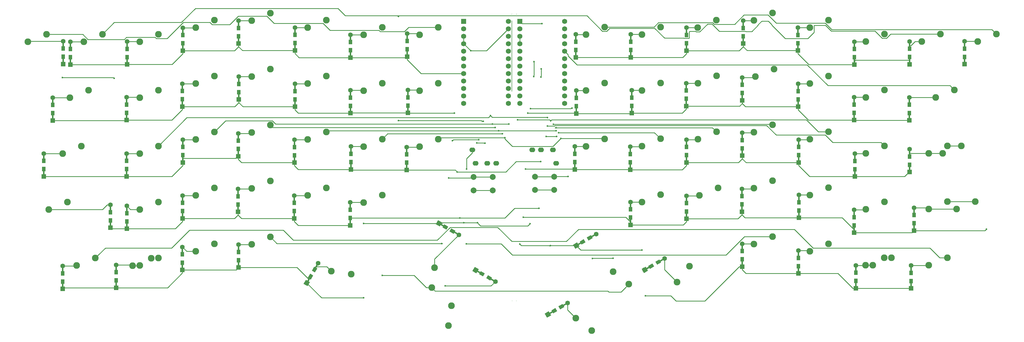
<source format=gbr>
G04 #@! TF.GenerationSoftware,KiCad,Pcbnew,(5.1.0)-1*
G04 #@! TF.CreationDate,2019-07-24T21:38:21-04:00*
G04 #@! TF.ProjectId,ogre,6f677265-2e6b-4696-9361-645f70636258,1.0*
G04 #@! TF.SameCoordinates,Original*
G04 #@! TF.FileFunction,Copper,L1,Top*
G04 #@! TF.FilePolarity,Positive*
%FSLAX46Y46*%
G04 Gerber Fmt 4.6, Leading zero omitted, Abs format (unit mm)*
G04 Created by KiCad (PCBNEW (5.1.0)-1) date 2019-07-24 21:38:21*
%MOMM*%
%LPD*%
G04 APERTURE LIST*
%ADD10C,0.200000*%
%ADD11C,2.286000*%
%ADD12O,2.000000X1.600000*%
%ADD13C,1.752600*%
%ADD14R,1.752600X1.752600*%
%ADD15C,2.000000*%
%ADD16R,1.600000X1.600000*%
%ADD17C,1.600000*%
%ADD18R,0.500000X2.900000*%
%ADD19R,1.200000X1.600000*%
%ADD20C,0.100000*%
%ADD21C,0.500000*%
%ADD22C,1.200000*%
%ADD23C,0.600000*%
%ADD24C,0.250000*%
G04 APERTURE END LIST*
D10*
X201007594Y-38396334D02*
X201007594Y-30282445D01*
X201007594Y-54271334D02*
X201007594Y-38396334D01*
X201007594Y-40865779D02*
X201007594Y-40865779D01*
X201007594Y-30282445D02*
X201007594Y-30282445D01*
X201007594Y-54271334D02*
X201007594Y-54271334D01*
X201007594Y-54271334D02*
X201007594Y-54271334D01*
X202492913Y-125674004D02*
X202492913Y-125674004D01*
X201041446Y-125674004D02*
X201041446Y-125674004D01*
X201007594Y-28013226D02*
X201007594Y-28013226D01*
X202558128Y-28019944D02*
X202558128Y-28019944D01*
X201007594Y-28013226D02*
X201007594Y-28013226D01*
X202558128Y-27960311D02*
X202558128Y-27960311D01*
X201007594Y-27967030D02*
X201007594Y-27967030D01*
X202558128Y-27960311D02*
X202558128Y-27960311D01*
D11*
X245243000Y-73052000D03*
X251593000Y-70512000D03*
X50570000Y-56470000D03*
X56920000Y-53930000D03*
D12*
X210930000Y-74290000D03*
X207930000Y-74290000D03*
X214930000Y-74290000D03*
X216030000Y-78890000D03*
X192630000Y-78840000D03*
X195630000Y-78840000D03*
X188630000Y-78840000D03*
X187530000Y-74240000D03*
D11*
X342900000Y-75430000D03*
X349250000Y-72890000D03*
X169540000Y-54095000D03*
X175890000Y-51555000D03*
D13*
X199820000Y-30480000D03*
X184580000Y-58420000D03*
X199820000Y-33020000D03*
X199820000Y-35560000D03*
X199820000Y-38100000D03*
X199820000Y-40640000D03*
X199820000Y-43180000D03*
X199820000Y-45720000D03*
X199820000Y-48260000D03*
X199820000Y-50800000D03*
X199820000Y-53340000D03*
X199820000Y-55880000D03*
X199820000Y-58420000D03*
X184580000Y-55880000D03*
X184580000Y-53340000D03*
X184580000Y-50800000D03*
X184580000Y-48260000D03*
X184580000Y-45720000D03*
X184580000Y-43180000D03*
X184580000Y-40640000D03*
X184580000Y-38100000D03*
X184580000Y-35560000D03*
X184580000Y-33020000D03*
D14*
X184580000Y-30480000D03*
D11*
X48096000Y-75526000D03*
X54446000Y-72986000D03*
X179415295Y-134149557D03*
X180390591Y-127380295D03*
X174674705Y-114420443D03*
X173699409Y-121189705D03*
X93340000Y-32665000D03*
X99690000Y-30125000D03*
X74290000Y-37426000D03*
X80640000Y-34886000D03*
X55240000Y-37426000D03*
X61590000Y-34886000D03*
X36190000Y-37456000D03*
X42540000Y-34916000D03*
D13*
X218910000Y-30480000D03*
X203670000Y-58420000D03*
X218910000Y-33020000D03*
X218910000Y-35560000D03*
X218910000Y-38100000D03*
X218910000Y-40640000D03*
X218910000Y-43180000D03*
X218910000Y-45720000D03*
X218910000Y-48260000D03*
X218910000Y-50800000D03*
X218910000Y-53340000D03*
X218910000Y-55880000D03*
X218910000Y-58420000D03*
X203670000Y-55880000D03*
X203670000Y-53340000D03*
X203670000Y-50800000D03*
X203670000Y-48260000D03*
X203670000Y-45720000D03*
X203670000Y-43180000D03*
X203670000Y-40640000D03*
X203670000Y-38100000D03*
X203670000Y-35560000D03*
X203670000Y-33020000D03*
D14*
X203670000Y-30480000D03*
D15*
X215380000Y-83400000D03*
X215380000Y-87900000D03*
X208880000Y-83400000D03*
X208880000Y-87900000D03*
X194490000Y-83540000D03*
X194490000Y-88040000D03*
X187990000Y-83540000D03*
X187990000Y-88040000D03*
D11*
X71860000Y-113720000D03*
X78210000Y-111180000D03*
X323850000Y-113580000D03*
X330200000Y-111040000D03*
X342880000Y-94420000D03*
X349230000Y-91880000D03*
X359543000Y-37338000D03*
X365893000Y-34798000D03*
X352404000Y-94472000D03*
X358754000Y-91932000D03*
X321443000Y-94494000D03*
X327793000Y-91954000D03*
X74290000Y-94576000D03*
X80640000Y-92036000D03*
X43360000Y-94576000D03*
X49710000Y-92036000D03*
X112390000Y-30283000D03*
X118740000Y-27743000D03*
X131440000Y-32664000D03*
X137790000Y-30124000D03*
X150490000Y-35045000D03*
X156840000Y-32505000D03*
X169540000Y-35045000D03*
X175890000Y-32505000D03*
X226193000Y-34957000D03*
X232543000Y-32417000D03*
X245243000Y-34957000D03*
X251593000Y-32417000D03*
X264240000Y-32588000D03*
X270590000Y-30048000D03*
X283343000Y-30184000D03*
X289693000Y-27644000D03*
X302393000Y-32588000D03*
X308743000Y-30048000D03*
X321443000Y-37338000D03*
X327793000Y-34798000D03*
X340493000Y-37338000D03*
X346843000Y-34798000D03*
X74290000Y-56476000D03*
X80640000Y-53936000D03*
X93340000Y-51714000D03*
X99690000Y-49174000D03*
X112390000Y-49333000D03*
X118740000Y-46793000D03*
X131440000Y-51714000D03*
X137790000Y-49174000D03*
X150490000Y-54095000D03*
X156840000Y-51555000D03*
X226193000Y-54015000D03*
X232543000Y-51475000D03*
X245243000Y-54004000D03*
X251593000Y-51464000D03*
X264293000Y-51623000D03*
X270643000Y-49083000D03*
X283840000Y-49333000D03*
X290190000Y-46793000D03*
X302393000Y-51634000D03*
X308743000Y-49094000D03*
X321443000Y-56400000D03*
X327793000Y-53860000D03*
X345256000Y-56385000D03*
X351606000Y-53845000D03*
X74290000Y-75526000D03*
X80640000Y-72986000D03*
X93340000Y-70764000D03*
X99690000Y-68224000D03*
X112390000Y-68383000D03*
X118740000Y-65843000D03*
X131440000Y-70764000D03*
X137790000Y-68224000D03*
X150490000Y-73145000D03*
X156840000Y-70605000D03*
X169540000Y-73145000D03*
X175890000Y-70605000D03*
X226193000Y-73060000D03*
X232543000Y-70520000D03*
X264293000Y-70671000D03*
X270643000Y-68131000D03*
X283343000Y-68309000D03*
X289693000Y-65769000D03*
X302393000Y-70677000D03*
X308743000Y-68137000D03*
X321443000Y-75438000D03*
X327793000Y-72898000D03*
X347637000Y-75430000D03*
X353987000Y-72890000D03*
X93340000Y-89814000D03*
X99690000Y-87274000D03*
X112390000Y-87433000D03*
X118740000Y-84893000D03*
X131440000Y-89814000D03*
X137790000Y-87274000D03*
X150490000Y-92195000D03*
X156840000Y-89655000D03*
X245243000Y-92076000D03*
X251593000Y-89536000D03*
X264790000Y-89814000D03*
X271140000Y-87274000D03*
X283343000Y-87338000D03*
X289693000Y-84798000D03*
X302393000Y-89720000D03*
X308743000Y-87180000D03*
X52858000Y-113626000D03*
X59208000Y-111086000D03*
X74290000Y-113626000D03*
X80640000Y-111086000D03*
X93340000Y-108864000D03*
X99690000Y-106324000D03*
X112390000Y-106483000D03*
X118740000Y-103943000D03*
X139550443Y-115615295D03*
X146319705Y-116590591D03*
X222784705Y-131580443D03*
X228159409Y-135809705D03*
X235434705Y-115800443D03*
X240809409Y-120029705D03*
X257210443Y-119285295D03*
X261439705Y-113910591D03*
X283343000Y-106391000D03*
X289693000Y-103851000D03*
X302393000Y-108784000D03*
X308743000Y-106244000D03*
X321374000Y-113535000D03*
X327724000Y-110995000D03*
X342875000Y-113550000D03*
X349225000Y-111010000D03*
D16*
X64360000Y-100800000D03*
D17*
X64360000Y-93000000D03*
D18*
X64360000Y-99400000D03*
D19*
X64360000Y-98300000D03*
X64360000Y-95500000D03*
D18*
X64360000Y-94400000D03*
D17*
X188632501Y-115240000D03*
D20*
G36*
X189725321Y-114947180D02*
G01*
X188925321Y-116332820D01*
X187539681Y-115532820D01*
X188339681Y-114147180D01*
X189725321Y-114947180D01*
X189725321Y-114947180D01*
G37*
D17*
X195387499Y-119140000D03*
D21*
X189844936Y-115940000D03*
D20*
G36*
X191225673Y-116448494D02*
G01*
X190975673Y-116881506D01*
X188464199Y-115431506D01*
X188714199Y-114998494D01*
X191225673Y-116448494D01*
X191225673Y-116448494D01*
G37*
D22*
X190797564Y-116490000D03*
D20*
G36*
X191790384Y-116370385D02*
G01*
X191190384Y-117409615D01*
X189804744Y-116609615D01*
X190404744Y-115570385D01*
X191790384Y-116370385D01*
X191790384Y-116370385D01*
G37*
D22*
X193222436Y-117890000D03*
D20*
G36*
X194215256Y-117770385D02*
G01*
X193615256Y-118809615D01*
X192229616Y-118009615D01*
X192829616Y-116970385D01*
X194215256Y-117770385D01*
X194215256Y-117770385D01*
G37*
D21*
X194175064Y-118440000D03*
D20*
G36*
X195555801Y-118948494D02*
G01*
X195305801Y-119381506D01*
X192794327Y-117931506D01*
X193044327Y-117498494D01*
X195555801Y-118948494D01*
X195555801Y-118948494D01*
G37*
D17*
X131170000Y-119627499D03*
D20*
G36*
X130877180Y-118534679D02*
G01*
X132262820Y-119334679D01*
X131462820Y-120720319D01*
X130077180Y-119920319D01*
X130877180Y-118534679D01*
X130877180Y-118534679D01*
G37*
D17*
X135070000Y-112872501D03*
D21*
X131870000Y-118415064D03*
D20*
G36*
X132378494Y-117034327D02*
G01*
X132811506Y-117284327D01*
X131361506Y-119795801D01*
X130928494Y-119545801D01*
X132378494Y-117034327D01*
X132378494Y-117034327D01*
G37*
D22*
X132420000Y-117462436D03*
D20*
G36*
X132300385Y-116469616D02*
G01*
X133339615Y-117069616D01*
X132539615Y-118455256D01*
X131500385Y-117855256D01*
X132300385Y-116469616D01*
X132300385Y-116469616D01*
G37*
D22*
X133820000Y-115037564D03*
D20*
G36*
X133700385Y-114044744D02*
G01*
X134739615Y-114644744D01*
X133939615Y-116030384D01*
X132900385Y-115430384D01*
X133700385Y-114044744D01*
X133700385Y-114044744D01*
G37*
D21*
X134370000Y-114084936D03*
D20*
G36*
X134878494Y-112704199D02*
G01*
X135311506Y-112954199D01*
X133861506Y-115465673D01*
X133428494Y-115215673D01*
X134878494Y-112704199D01*
X134878494Y-112704199D01*
G37*
D16*
X50710000Y-45220000D03*
D17*
X50710000Y-37420000D03*
D18*
X50710000Y-43820000D03*
D19*
X50710000Y-42720000D03*
X50710000Y-39920000D03*
D18*
X50710000Y-38820000D03*
D16*
X69990000Y-45180000D03*
D17*
X69990000Y-37380000D03*
D18*
X69990000Y-43780000D03*
D19*
X69990000Y-42680000D03*
X69990000Y-39880000D03*
D18*
X69990000Y-38780000D03*
D16*
X88950000Y-40500000D03*
D17*
X88950000Y-32700000D03*
D18*
X88950000Y-39100000D03*
D19*
X88950000Y-38000000D03*
X88950000Y-35200000D03*
D18*
X88950000Y-34100000D03*
D16*
X107980000Y-38080000D03*
D17*
X107980000Y-30280000D03*
D18*
X107980000Y-36680000D03*
D19*
X107980000Y-35580000D03*
X107980000Y-32780000D03*
D18*
X107980000Y-31680000D03*
D16*
X127130000Y-40410000D03*
D17*
X127130000Y-32610000D03*
D18*
X127130000Y-39010000D03*
D19*
X127130000Y-37910000D03*
X127130000Y-35110000D03*
D18*
X127130000Y-34010000D03*
D16*
X146030000Y-42850000D03*
D17*
X146030000Y-35050000D03*
D18*
X146030000Y-41450000D03*
D19*
X146030000Y-40350000D03*
X146030000Y-37550000D03*
D18*
X146030000Y-36450000D03*
D16*
X165340000Y-42490000D03*
D17*
X165340000Y-34690000D03*
D18*
X165340000Y-41090000D03*
D19*
X165340000Y-39990000D03*
X165340000Y-37190000D03*
D18*
X165340000Y-36090000D03*
D16*
X222760000Y-42750000D03*
D17*
X222760000Y-34950000D03*
D18*
X222760000Y-41350000D03*
D19*
X222760000Y-40250000D03*
X222760000Y-37450000D03*
D18*
X222760000Y-36350000D03*
D16*
X241460000Y-42750000D03*
D17*
X241460000Y-34950000D03*
D18*
X241460000Y-41350000D03*
D19*
X241460000Y-40250000D03*
X241460000Y-37450000D03*
D18*
X241460000Y-36350000D03*
D16*
X260400000Y-40460000D03*
D17*
X260400000Y-32660000D03*
D18*
X260400000Y-39060000D03*
D19*
X260400000Y-37960000D03*
X260400000Y-35160000D03*
D18*
X260400000Y-34060000D03*
D16*
X279730000Y-38070000D03*
D17*
X279730000Y-30270000D03*
D18*
X279730000Y-36670000D03*
D19*
X279730000Y-35570000D03*
X279730000Y-32770000D03*
D18*
X279730000Y-31670000D03*
D16*
X317560000Y-45230000D03*
D17*
X317560000Y-37430000D03*
D18*
X317560000Y-43830000D03*
D19*
X317560000Y-42730000D03*
X317560000Y-39930000D03*
D18*
X317560000Y-38830000D03*
D16*
X336360000Y-45150000D03*
D17*
X336360000Y-37350000D03*
D18*
X336360000Y-43750000D03*
D19*
X336360000Y-42650000D03*
X336360000Y-39850000D03*
D18*
X336360000Y-38750000D03*
D16*
X44660000Y-64270000D03*
D17*
X44660000Y-56470000D03*
D18*
X44660000Y-62870000D03*
D19*
X44660000Y-61770000D03*
X44660000Y-58970000D03*
D18*
X44660000Y-57870000D03*
D16*
X69840000Y-64140000D03*
D17*
X69840000Y-56340000D03*
D18*
X69840000Y-62740000D03*
D19*
X69840000Y-61640000D03*
X69840000Y-58840000D03*
D18*
X69840000Y-57740000D03*
D16*
X88840000Y-59520000D03*
D17*
X88840000Y-51720000D03*
D18*
X88840000Y-58120000D03*
D19*
X88840000Y-57020000D03*
X88840000Y-54220000D03*
D18*
X88840000Y-53120000D03*
D16*
X108020000Y-57110000D03*
D17*
X108020000Y-49310000D03*
D18*
X108020000Y-55710000D03*
D19*
X108020000Y-54610000D03*
X108020000Y-51810000D03*
D18*
X108020000Y-50710000D03*
D16*
X127130000Y-59570000D03*
D17*
X127130000Y-51770000D03*
D18*
X127130000Y-58170000D03*
D19*
X127130000Y-57070000D03*
X127130000Y-54270000D03*
D18*
X127130000Y-53170000D03*
D16*
X146030000Y-61760000D03*
D17*
X146030000Y-53960000D03*
D18*
X146030000Y-60360000D03*
D19*
X146030000Y-59260000D03*
X146030000Y-56460000D03*
D18*
X146030000Y-55360000D03*
D16*
X165640000Y-61690000D03*
D17*
X165640000Y-53890000D03*
D18*
X165640000Y-60290000D03*
D19*
X165640000Y-59190000D03*
X165640000Y-56390000D03*
D18*
X165640000Y-55290000D03*
D16*
X222950000Y-61880000D03*
D17*
X222950000Y-54080000D03*
D18*
X222950000Y-60480000D03*
D19*
X222950000Y-59380000D03*
X222950000Y-56580000D03*
D18*
X222950000Y-55480000D03*
D16*
X241770000Y-61790000D03*
D17*
X241770000Y-53990000D03*
D18*
X241770000Y-60390000D03*
D19*
X241770000Y-59290000D03*
X241770000Y-56490000D03*
D18*
X241770000Y-55390000D03*
D16*
X260360000Y-59350000D03*
D17*
X260360000Y-51550000D03*
D18*
X260360000Y-57950000D03*
D19*
X260360000Y-56850000D03*
X260360000Y-54050000D03*
D18*
X260360000Y-52950000D03*
D16*
X279420000Y-57410000D03*
D17*
X279420000Y-49610000D03*
D18*
X279420000Y-56010000D03*
D19*
X279420000Y-54910000D03*
X279420000Y-52110000D03*
D18*
X279420000Y-51010000D03*
D16*
X298420000Y-59570000D03*
D17*
X298420000Y-51770000D03*
D18*
X298420000Y-58170000D03*
D19*
X298420000Y-57070000D03*
X298420000Y-54270000D03*
D18*
X298420000Y-53170000D03*
D16*
X317500000Y-64140000D03*
D17*
X317500000Y-56340000D03*
D18*
X317500000Y-62740000D03*
D19*
X317500000Y-61640000D03*
X317500000Y-58840000D03*
D18*
X317500000Y-57740000D03*
D16*
X336330000Y-64210000D03*
D17*
X336330000Y-56410000D03*
D18*
X336330000Y-62810000D03*
D19*
X336330000Y-61710000D03*
X336330000Y-58910000D03*
D18*
X336330000Y-57810000D03*
D16*
X41630000Y-83320000D03*
D17*
X41630000Y-75520000D03*
D18*
X41630000Y-81920000D03*
D19*
X41630000Y-80820000D03*
X41630000Y-78020000D03*
D18*
X41630000Y-76920000D03*
D16*
X69880000Y-83330000D03*
D17*
X69880000Y-75530000D03*
D18*
X69880000Y-81930000D03*
D19*
X69880000Y-80830000D03*
X69880000Y-78030000D03*
D18*
X69880000Y-76930000D03*
D16*
X88950000Y-78590000D03*
D17*
X88950000Y-70790000D03*
D18*
X88950000Y-77190000D03*
D19*
X88950000Y-76090000D03*
X88950000Y-73290000D03*
D18*
X88950000Y-72190000D03*
D16*
X107830000Y-76460000D03*
D17*
X107830000Y-68660000D03*
D18*
X107830000Y-75060000D03*
D19*
X107830000Y-73960000D03*
X107830000Y-71160000D03*
D18*
X107830000Y-70060000D03*
D16*
X126960000Y-78610000D03*
D17*
X126960000Y-70810000D03*
D18*
X126960000Y-77210000D03*
D19*
X126960000Y-76110000D03*
X126960000Y-73310000D03*
D18*
X126960000Y-72210000D03*
D16*
X146240000Y-80930000D03*
D17*
X146240000Y-73130000D03*
D18*
X146240000Y-79530000D03*
D19*
X146240000Y-78430000D03*
X146240000Y-75630000D03*
D18*
X146240000Y-74530000D03*
D16*
X165150000Y-81140000D03*
D17*
X165150000Y-73340000D03*
D18*
X165150000Y-79740000D03*
D19*
X165150000Y-78640000D03*
X165150000Y-75840000D03*
D18*
X165150000Y-74740000D03*
D16*
X222370000Y-80930000D03*
D17*
X222370000Y-73130000D03*
D18*
X222370000Y-79530000D03*
D19*
X222370000Y-78430000D03*
X222370000Y-75630000D03*
D18*
X222370000Y-74530000D03*
D16*
X241280000Y-81020000D03*
D17*
X241280000Y-73220000D03*
D18*
X241280000Y-79620000D03*
D19*
X241280000Y-78520000D03*
X241280000Y-75720000D03*
D18*
X241280000Y-74620000D03*
D16*
X260410000Y-78570000D03*
D17*
X260410000Y-70770000D03*
D18*
X260410000Y-77170000D03*
D19*
X260410000Y-76070000D03*
X260410000Y-73270000D03*
D18*
X260410000Y-72170000D03*
D16*
X279400000Y-76240000D03*
D17*
X279400000Y-68440000D03*
D18*
X279400000Y-74840000D03*
D19*
X279400000Y-73740000D03*
X279400000Y-70940000D03*
D18*
X279400000Y-69840000D03*
D16*
X298630000Y-78600000D03*
D17*
X298630000Y-70800000D03*
D18*
X298630000Y-77200000D03*
D19*
X298630000Y-76100000D03*
X298630000Y-73300000D03*
D18*
X298630000Y-72200000D03*
D16*
X317780000Y-83360000D03*
D17*
X317780000Y-75560000D03*
D18*
X317780000Y-81960000D03*
D19*
X317780000Y-80860000D03*
X317780000Y-78060000D03*
D18*
X317780000Y-76960000D03*
D16*
X336350000Y-81850000D03*
D17*
X336350000Y-74050000D03*
D18*
X336350000Y-80450000D03*
D19*
X336350000Y-79350000D03*
X336350000Y-76550000D03*
D18*
X336350000Y-75450000D03*
D16*
X69890000Y-101160000D03*
D17*
X69890000Y-93360000D03*
D18*
X69890000Y-99760000D03*
D19*
X69890000Y-98660000D03*
X69890000Y-95860000D03*
D18*
X69890000Y-94760000D03*
D16*
X88880000Y-97640000D03*
D17*
X88880000Y-89840000D03*
D18*
X88880000Y-96240000D03*
D19*
X88880000Y-95140000D03*
X88880000Y-92340000D03*
D18*
X88880000Y-91240000D03*
D16*
X107780000Y-95380000D03*
D17*
X107780000Y-87580000D03*
D18*
X107780000Y-93980000D03*
D19*
X107780000Y-92880000D03*
X107780000Y-90080000D03*
D18*
X107780000Y-88980000D03*
D16*
X126940000Y-97640000D03*
D17*
X126940000Y-89840000D03*
D18*
X126940000Y-96240000D03*
D19*
X126940000Y-95140000D03*
X126940000Y-92340000D03*
D18*
X126940000Y-91240000D03*
D16*
X145960000Y-99980000D03*
D17*
X145960000Y-92180000D03*
D18*
X145960000Y-98580000D03*
D19*
X145960000Y-97480000D03*
X145960000Y-94680000D03*
D18*
X145960000Y-93580000D03*
D16*
X48280000Y-45050000D03*
D17*
X48280000Y-37250000D03*
D18*
X48280000Y-43650000D03*
D19*
X48280000Y-42550000D03*
X48280000Y-39750000D03*
D18*
X48280000Y-38650000D03*
D16*
X355090000Y-45080000D03*
D17*
X355090000Y-37280000D03*
D18*
X355090000Y-43680000D03*
D19*
X355090000Y-42580000D03*
X355090000Y-39780000D03*
D18*
X355090000Y-38680000D03*
D16*
X241350000Y-99850000D03*
D17*
X241350000Y-92050000D03*
D18*
X241350000Y-98450000D03*
D19*
X241350000Y-97350000D03*
X241350000Y-94550000D03*
D18*
X241350000Y-93450000D03*
D16*
X260410000Y-97740000D03*
D17*
X260410000Y-89940000D03*
D18*
X260410000Y-96340000D03*
D19*
X260410000Y-95240000D03*
X260410000Y-92440000D03*
D18*
X260410000Y-91340000D03*
D16*
X279330000Y-95350000D03*
D17*
X279330000Y-87550000D03*
D18*
X279330000Y-93950000D03*
D19*
X279330000Y-92850000D03*
X279330000Y-90050000D03*
D18*
X279330000Y-88950000D03*
D16*
X298690000Y-97430000D03*
D17*
X298690000Y-89630000D03*
D18*
X298690000Y-96030000D03*
D19*
X298690000Y-94930000D03*
X298690000Y-92130000D03*
D18*
X298690000Y-91030000D03*
D16*
X317470000Y-102490000D03*
D17*
X317470000Y-94690000D03*
D18*
X317470000Y-101090000D03*
D19*
X317470000Y-99990000D03*
X317470000Y-97190000D03*
D18*
X317470000Y-96090000D03*
D16*
X337900000Y-101770000D03*
D17*
X337900000Y-93970000D03*
D18*
X337900000Y-100370000D03*
D19*
X337900000Y-99270000D03*
X337900000Y-96470000D03*
D18*
X337900000Y-95370000D03*
D16*
X48100000Y-121630000D03*
D17*
X48100000Y-113830000D03*
D18*
X48100000Y-120230000D03*
D19*
X48100000Y-119130000D03*
X48100000Y-116330000D03*
D18*
X48100000Y-115230000D03*
D16*
X66260000Y-121240000D03*
D17*
X66260000Y-113440000D03*
D18*
X66260000Y-119840000D03*
D19*
X66260000Y-118740000D03*
X66260000Y-115940000D03*
D18*
X66260000Y-114840000D03*
D16*
X88840000Y-115180000D03*
D17*
X88840000Y-107380000D03*
D18*
X88840000Y-113780000D03*
D19*
X88840000Y-112680000D03*
X88840000Y-109880000D03*
D18*
X88840000Y-108780000D03*
D16*
X107970000Y-114350000D03*
D17*
X107970000Y-106550000D03*
D18*
X107970000Y-112950000D03*
D19*
X107970000Y-111850000D03*
X107970000Y-109050000D03*
D18*
X107970000Y-107950000D03*
D17*
X176172501Y-99300000D03*
D20*
G36*
X177265321Y-99007180D02*
G01*
X176465321Y-100392820D01*
X175079681Y-99592820D01*
X175879681Y-98207180D01*
X177265321Y-99007180D01*
X177265321Y-99007180D01*
G37*
D17*
X182927499Y-103200000D03*
D21*
X177384936Y-100000000D03*
D20*
G36*
X178765673Y-100508494D02*
G01*
X178515673Y-100941506D01*
X176004199Y-99491506D01*
X176254199Y-99058494D01*
X178765673Y-100508494D01*
X178765673Y-100508494D01*
G37*
D22*
X178337564Y-100550000D03*
D20*
G36*
X179330384Y-100430385D02*
G01*
X178730384Y-101469615D01*
X177344744Y-100669615D01*
X177944744Y-99630385D01*
X179330384Y-100430385D01*
X179330384Y-100430385D01*
G37*
D22*
X180762436Y-101950000D03*
D20*
G36*
X181755256Y-101830385D02*
G01*
X181155256Y-102869615D01*
X179769616Y-102069615D01*
X180369616Y-101030385D01*
X181755256Y-101830385D01*
X181755256Y-101830385D01*
G37*
D21*
X181715064Y-102500000D03*
D20*
G36*
X183095801Y-103008494D02*
G01*
X182845801Y-103441506D01*
X180334327Y-101991506D01*
X180584327Y-101558494D01*
X183095801Y-103008494D01*
X183095801Y-103008494D01*
G37*
D17*
X213242501Y-130340000D03*
D20*
G36*
X213535321Y-129247180D02*
G01*
X214335321Y-130632820D01*
X212949681Y-131432820D01*
X212149681Y-130047180D01*
X213535321Y-129247180D01*
X213535321Y-129247180D01*
G37*
D17*
X219997499Y-126440000D03*
D21*
X214454936Y-129640000D03*
D20*
G36*
X215585673Y-128698494D02*
G01*
X215835673Y-129131506D01*
X213324199Y-130581506D01*
X213074199Y-130148494D01*
X215585673Y-128698494D01*
X215585673Y-128698494D01*
G37*
D22*
X215407564Y-129090000D03*
D20*
G36*
X215800384Y-128170385D02*
G01*
X216400384Y-129209615D01*
X215014744Y-130009615D01*
X214414744Y-128970385D01*
X215800384Y-128170385D01*
X215800384Y-128170385D01*
G37*
D22*
X217832436Y-127690000D03*
D20*
G36*
X218225256Y-126770385D02*
G01*
X218825256Y-127809615D01*
X217439616Y-128609615D01*
X216839616Y-127570385D01*
X218225256Y-126770385D01*
X218225256Y-126770385D01*
G37*
D21*
X218785064Y-127140000D03*
D20*
G36*
X219915801Y-126198494D02*
G01*
X220165801Y-126631506D01*
X217654327Y-128081506D01*
X217404327Y-127648494D01*
X219915801Y-126198494D01*
X219915801Y-126198494D01*
G37*
D17*
X222902501Y-106880000D03*
D20*
G36*
X223195321Y-105787180D02*
G01*
X223995321Y-107172820D01*
X222609681Y-107972820D01*
X221809681Y-106587180D01*
X223195321Y-105787180D01*
X223195321Y-105787180D01*
G37*
D17*
X229657499Y-102980000D03*
D21*
X224114936Y-106180000D03*
D20*
G36*
X225245673Y-105238494D02*
G01*
X225495673Y-105671506D01*
X222984199Y-107121506D01*
X222734199Y-106688494D01*
X225245673Y-105238494D01*
X225245673Y-105238494D01*
G37*
D22*
X225067564Y-105630000D03*
D20*
G36*
X225460384Y-104710385D02*
G01*
X226060384Y-105749615D01*
X224674744Y-106549615D01*
X224074744Y-105510385D01*
X225460384Y-104710385D01*
X225460384Y-104710385D01*
G37*
D22*
X227492436Y-104230000D03*
D20*
G36*
X227885256Y-103310385D02*
G01*
X228485256Y-104349615D01*
X227099616Y-105149615D01*
X226499616Y-104110385D01*
X227885256Y-103310385D01*
X227885256Y-103310385D01*
G37*
D21*
X228445064Y-103680000D03*
D20*
G36*
X229575801Y-102738494D02*
G01*
X229825801Y-103171506D01*
X227314327Y-104621506D01*
X227064327Y-104188494D01*
X229575801Y-102738494D01*
X229575801Y-102738494D01*
G37*
D17*
X246242501Y-115150000D03*
D20*
G36*
X246535321Y-114057180D02*
G01*
X247335321Y-115442820D01*
X245949681Y-116242820D01*
X245149681Y-114857180D01*
X246535321Y-114057180D01*
X246535321Y-114057180D01*
G37*
D17*
X252997499Y-111250000D03*
D21*
X247454936Y-114450000D03*
D20*
G36*
X248585673Y-113508494D02*
G01*
X248835673Y-113941506D01*
X246324199Y-115391506D01*
X246074199Y-114958494D01*
X248585673Y-113508494D01*
X248585673Y-113508494D01*
G37*
D22*
X248407564Y-113900000D03*
D20*
G36*
X248800384Y-112980385D02*
G01*
X249400384Y-114019615D01*
X248014744Y-114819615D01*
X247414744Y-113780385D01*
X248800384Y-112980385D01*
X248800384Y-112980385D01*
G37*
D22*
X250832436Y-112500000D03*
D20*
G36*
X251225256Y-111580385D02*
G01*
X251825256Y-112619615D01*
X250439616Y-113419615D01*
X249839616Y-112380385D01*
X251225256Y-111580385D01*
X251225256Y-111580385D01*
G37*
D21*
X251785064Y-111950000D03*
D20*
G36*
X252915801Y-111008494D02*
G01*
X253165801Y-111441506D01*
X250654327Y-112891506D01*
X250404327Y-112458494D01*
X252915801Y-111008494D01*
X252915801Y-111008494D01*
G37*
D16*
X279410000Y-114070000D03*
D17*
X279410000Y-106270000D03*
D18*
X279410000Y-112670000D03*
D19*
X279410000Y-111570000D03*
X279410000Y-108770000D03*
D18*
X279410000Y-107670000D03*
D16*
X298540000Y-116380000D03*
D17*
X298540000Y-108580000D03*
D18*
X298540000Y-114980000D03*
D19*
X298540000Y-113880000D03*
X298540000Y-111080000D03*
D18*
X298540000Y-109980000D03*
D16*
X318100000Y-121440000D03*
D17*
X318100000Y-113640000D03*
D18*
X318100000Y-120040000D03*
D19*
X318100000Y-118940000D03*
X318100000Y-116140000D03*
D18*
X318100000Y-115040000D03*
D16*
X336850000Y-121470000D03*
D17*
X336850000Y-113670000D03*
D18*
X336850000Y-120070000D03*
D19*
X336850000Y-118970000D03*
X336850000Y-116170000D03*
D18*
X336850000Y-115070000D03*
D16*
X298320000Y-40440000D03*
D17*
X298320000Y-32640000D03*
D18*
X298320000Y-39040000D03*
D19*
X298320000Y-37940000D03*
X298320000Y-35140000D03*
D18*
X298320000Y-34040000D03*
D23*
X210930000Y-49490000D03*
X210950000Y-46660000D03*
X211249999Y-31279999D03*
X207320000Y-60240000D03*
X221470000Y-60070000D03*
X181470000Y-61780000D03*
X208460000Y-49340000D03*
X208510000Y-44210000D03*
X206410000Y-61770000D03*
X182380000Y-81780000D03*
X210840000Y-78280000D03*
X205604999Y-80835001D03*
X48030000Y-49620000D03*
X65610000Y-49890000D03*
X183290000Y-97490000D03*
X210230000Y-94210000D03*
X362519001Y-101249001D03*
X204871301Y-97248699D03*
X150500000Y-99300000D03*
X150530000Y-124690000D03*
X189270000Y-99120000D03*
X184620000Y-99120000D03*
X207170000Y-99420000D03*
X178272296Y-120612296D03*
X214090000Y-106880000D03*
X203670000Y-106360000D03*
X246470000Y-124010000D03*
X245237890Y-108387890D03*
X235434705Y-111174705D03*
X228445064Y-111295064D03*
X191260000Y-64560000D03*
X162370000Y-64270000D03*
X162370000Y-28810000D03*
X213084999Y-66155001D03*
X193669990Y-62630010D03*
X213070000Y-63300000D03*
X214220000Y-64340000D03*
X194390000Y-65510000D03*
X200010000Y-65510000D03*
X202970000Y-64010000D03*
X215150000Y-65530000D03*
X195360000Y-66660000D03*
X177100000Y-106190000D03*
X185470000Y-106310000D03*
X216080000Y-66730000D03*
X196510000Y-67800000D03*
X216090000Y-67790000D03*
X156840000Y-117010000D03*
X216910000Y-68440000D03*
X197750000Y-68760000D03*
X217708699Y-70371301D03*
X198618699Y-70111301D03*
X187000000Y-40520000D03*
X185600000Y-80810000D03*
X216220000Y-69690000D03*
X212700000Y-69690000D03*
X189750000Y-70810000D03*
X180780000Y-71160000D03*
X179460000Y-83830000D03*
X220111301Y-83298699D03*
X191885000Y-71955000D03*
X189030000Y-71890000D03*
D24*
X55234000Y-37420000D02*
X55240000Y-37426000D01*
X50710000Y-37420000D02*
X55234000Y-37420000D01*
X165140000Y-42490000D02*
X165340000Y-42490000D01*
X164780000Y-42850000D02*
X165140000Y-42490000D01*
X146030000Y-42850000D02*
X164780000Y-42850000D01*
X127130000Y-41460000D02*
X127130000Y-40410000D01*
X128520000Y-42850000D02*
X127130000Y-41460000D01*
X146030000Y-42850000D02*
X128520000Y-42850000D01*
X109260000Y-40410000D02*
X107980000Y-39130000D01*
X127130000Y-40410000D02*
X109260000Y-40410000D01*
X107980000Y-39130000D02*
X107980000Y-38080000D01*
X106610000Y-40500000D02*
X107980000Y-39130000D01*
X88950000Y-40500000D02*
X106610000Y-40500000D01*
X88950000Y-41550000D02*
X88950000Y-40500000D01*
X85320000Y-45180000D02*
X88950000Y-41550000D01*
X69990000Y-45180000D02*
X85320000Y-45180000D01*
X69950000Y-45220000D02*
X69990000Y-45180000D01*
X50710000Y-45220000D02*
X69950000Y-45220000D01*
X165340000Y-43540000D02*
X165340000Y-42490000D01*
X170060000Y-48260000D02*
X165340000Y-43540000D01*
X184580000Y-48260000D02*
X170060000Y-48260000D01*
X210930000Y-49065736D02*
X210950000Y-49045736D01*
X210930000Y-49490000D02*
X210930000Y-49065736D01*
X210950000Y-49045736D02*
X210950000Y-46660000D01*
X210950000Y-46660000D02*
X210950000Y-46660000D01*
X204469999Y-31279999D02*
X203670000Y-30480000D01*
X211249999Y-31279999D02*
X204469999Y-31279999D01*
X74244000Y-37380000D02*
X74290000Y-37426000D01*
X69990000Y-37380000D02*
X74244000Y-37380000D01*
X93305000Y-32700000D02*
X93340000Y-32665000D01*
X88950000Y-32700000D02*
X93305000Y-32700000D01*
X112387000Y-30280000D02*
X112390000Y-30283000D01*
X107980000Y-30280000D02*
X112387000Y-30280000D01*
X131386000Y-32610000D02*
X131440000Y-32664000D01*
X127130000Y-32610000D02*
X131386000Y-32610000D01*
X150485000Y-35050000D02*
X150490000Y-35045000D01*
X146030000Y-35050000D02*
X150485000Y-35050000D01*
X169185000Y-34690000D02*
X169540000Y-35045000D01*
X165340000Y-34690000D02*
X169185000Y-34690000D01*
X317560000Y-44180000D02*
X317560000Y-45230000D01*
X317990000Y-43750000D02*
X317560000Y-44180000D01*
X336360000Y-43750000D02*
X317990000Y-43750000D01*
X298320000Y-41490000D02*
X298320000Y-40440000D01*
X302060000Y-45230000D02*
X298320000Y-41490000D01*
X317560000Y-45230000D02*
X302060000Y-45230000D01*
X281050000Y-40440000D02*
X279730000Y-39120000D01*
X298320000Y-40440000D02*
X281050000Y-40440000D01*
X279730000Y-39120000D02*
X279730000Y-38070000D01*
X278390000Y-40460000D02*
X279730000Y-39120000D01*
X260400000Y-40460000D02*
X278390000Y-40460000D01*
X260400000Y-41510000D02*
X260400000Y-40460000D01*
X259160000Y-42750000D02*
X260400000Y-41510000D01*
X241460000Y-42750000D02*
X259160000Y-42750000D01*
X223810000Y-42750000D02*
X241460000Y-42750000D01*
X222760000Y-42750000D02*
X223810000Y-42750000D01*
X207744264Y-60240000D02*
X207784264Y-60200000D01*
X207320000Y-60240000D02*
X207744264Y-60240000D01*
X207784264Y-60200000D02*
X221080000Y-60200000D01*
X221080000Y-60200000D02*
X221080000Y-60200000D01*
X221210000Y-60070000D02*
X221080000Y-60200000D01*
X221470000Y-60070000D02*
X221210000Y-60070000D01*
X224576554Y-34957000D02*
X226193000Y-34957000D01*
X222953000Y-34957000D02*
X224576554Y-34957000D01*
X222760000Y-35150000D02*
X222953000Y-34957000D01*
X222760000Y-36350000D02*
X222760000Y-35150000D01*
X245236000Y-34950000D02*
X245243000Y-34957000D01*
X241460000Y-34950000D02*
X245236000Y-34950000D01*
X264168000Y-32660000D02*
X264240000Y-32588000D01*
X260400000Y-32660000D02*
X264168000Y-32660000D01*
X283257000Y-30270000D02*
X283343000Y-30184000D01*
X279730000Y-30270000D02*
X283257000Y-30270000D01*
X302341000Y-32640000D02*
X302393000Y-32588000D01*
X298320000Y-32640000D02*
X302341000Y-32640000D01*
X321351000Y-37430000D02*
X321443000Y-37338000D01*
X317560000Y-37430000D02*
X321351000Y-37430000D01*
X338876554Y-37338000D02*
X340493000Y-37338000D01*
X338272000Y-37338000D02*
X338876554Y-37338000D01*
X336860000Y-38750000D02*
X338272000Y-37338000D01*
X336360000Y-38750000D02*
X336860000Y-38750000D01*
X50471000Y-56470000D02*
X50477000Y-56476000D01*
X44660000Y-56470000D02*
X50471000Y-56470000D01*
X69710000Y-64270000D02*
X69840000Y-64140000D01*
X44660000Y-64270000D02*
X69710000Y-64270000D01*
X88840000Y-60570000D02*
X88840000Y-59520000D01*
X85270000Y-64140000D02*
X88840000Y-60570000D01*
X69840000Y-64140000D02*
X85270000Y-64140000D01*
X106660000Y-59520000D02*
X108020000Y-58160000D01*
X88840000Y-59520000D02*
X106660000Y-59520000D01*
X108020000Y-58160000D02*
X108020000Y-57110000D01*
X109430000Y-59570000D02*
X108020000Y-58160000D01*
X127130000Y-59570000D02*
X109430000Y-59570000D01*
X127130000Y-60620000D02*
X127130000Y-59570000D01*
X128270000Y-61760000D02*
X127130000Y-60620000D01*
X146030000Y-61760000D02*
X128270000Y-61760000D01*
X146100000Y-61690000D02*
X146030000Y-61760000D01*
X165640000Y-61690000D02*
X146100000Y-61690000D01*
X165730000Y-61780000D02*
X165640000Y-61690000D01*
X181470000Y-61780000D02*
X165730000Y-61780000D01*
X208460000Y-48915736D02*
X208510000Y-48865736D01*
X208460000Y-49340000D02*
X208460000Y-48915736D01*
X208510000Y-48865736D02*
X208510000Y-44210000D01*
X208510000Y-44210000D02*
X208510000Y-44210000D01*
X74154000Y-56340000D02*
X74290000Y-56476000D01*
X69840000Y-56340000D02*
X74154000Y-56340000D01*
X93334000Y-51720000D02*
X93340000Y-51714000D01*
X88840000Y-51720000D02*
X93334000Y-51720000D01*
X112367000Y-49310000D02*
X112390000Y-49333000D01*
X108020000Y-49310000D02*
X112367000Y-49310000D01*
X131384000Y-51770000D02*
X131440000Y-51714000D01*
X127130000Y-51770000D02*
X131384000Y-51770000D01*
X150355000Y-53960000D02*
X150490000Y-54095000D01*
X146030000Y-53960000D02*
X150355000Y-53960000D01*
X169335000Y-53890000D02*
X169540000Y-54095000D01*
X165640000Y-53890000D02*
X169335000Y-53890000D01*
X226128000Y-54080000D02*
X226193000Y-54015000D01*
X222950000Y-54080000D02*
X226128000Y-54080000D01*
X241680000Y-61880000D02*
X241770000Y-61790000D01*
X222950000Y-61880000D02*
X241680000Y-61880000D01*
X260360000Y-60400000D02*
X260360000Y-59350000D01*
X258970000Y-61790000D02*
X260360000Y-60400000D01*
X241770000Y-61790000D02*
X258970000Y-61790000D01*
X278530000Y-59350000D02*
X279420000Y-58460000D01*
X260360000Y-59350000D02*
X278530000Y-59350000D01*
X279420000Y-58460000D02*
X279420000Y-57410000D01*
X280530000Y-59570000D02*
X279420000Y-58460000D01*
X298420000Y-59570000D02*
X280530000Y-59570000D01*
X298420000Y-60620000D02*
X298420000Y-59570000D01*
X301940000Y-64140000D02*
X298420000Y-60620000D01*
X317500000Y-64140000D02*
X301940000Y-64140000D01*
X317570000Y-64210000D02*
X317500000Y-64140000D01*
X336330000Y-64210000D02*
X317570000Y-64210000D01*
X222840000Y-61770000D02*
X222950000Y-61880000D01*
X206410000Y-61770000D02*
X222840000Y-61770000D01*
X245229000Y-53990000D02*
X245243000Y-54004000D01*
X241770000Y-53990000D02*
X245229000Y-53990000D01*
X264220000Y-51550000D02*
X264293000Y-51623000D01*
X260360000Y-51550000D02*
X264220000Y-51550000D01*
X283563000Y-49610000D02*
X283840000Y-49333000D01*
X279420000Y-49610000D02*
X283563000Y-49610000D01*
X302257000Y-51770000D02*
X302393000Y-51634000D01*
X298420000Y-51770000D02*
X302257000Y-51770000D01*
X321383000Y-56340000D02*
X321443000Y-56400000D01*
X317500000Y-56340000D02*
X321383000Y-56340000D01*
X345231000Y-56410000D02*
X345256000Y-56385000D01*
X336330000Y-56410000D02*
X345231000Y-56410000D01*
X146450000Y-81140000D02*
X146240000Y-80930000D01*
X165150000Y-81140000D02*
X146450000Y-81140000D01*
X126960000Y-79660000D02*
X126960000Y-78610000D01*
X128230000Y-80930000D02*
X126960000Y-79660000D01*
X146240000Y-80930000D02*
X128230000Y-80930000D01*
X107830000Y-77510000D02*
X107830000Y-76460000D01*
X108930000Y-78610000D02*
X107830000Y-77510000D01*
X126960000Y-78610000D02*
X108930000Y-78610000D01*
X107630000Y-76460000D02*
X107830000Y-76460000D01*
X106900000Y-77190000D02*
X107630000Y-76460000D01*
X88950000Y-77190000D02*
X106900000Y-77190000D01*
X88950000Y-79640000D02*
X88950000Y-78590000D01*
X85260000Y-83330000D02*
X88950000Y-79640000D01*
X69880000Y-83330000D02*
X85260000Y-83330000D01*
X69870000Y-83320000D02*
X69880000Y-83330000D01*
X41630000Y-83320000D02*
X69870000Y-83320000D01*
X181740000Y-81140000D02*
X182380000Y-81780000D01*
X165150000Y-81140000D02*
X181740000Y-81140000D01*
X182804264Y-81780000D02*
X182380000Y-81780000D01*
X198948184Y-81780000D02*
X182804264Y-81780000D01*
X202448184Y-78280000D02*
X198948184Y-81780000D01*
X210840000Y-78280000D02*
X202448184Y-78280000D01*
X48090000Y-75520000D02*
X48096000Y-75526000D01*
X41630000Y-75520000D02*
X48090000Y-75520000D01*
X74286000Y-75530000D02*
X74290000Y-75526000D01*
X69880000Y-75530000D02*
X74286000Y-75530000D01*
X93314000Y-70790000D02*
X93340000Y-70764000D01*
X88950000Y-70790000D02*
X93314000Y-70790000D01*
X112113000Y-68660000D02*
X112390000Y-68383000D01*
X107830000Y-68660000D02*
X112113000Y-68660000D01*
X131394000Y-70810000D02*
X131440000Y-70764000D01*
X126960000Y-70810000D02*
X131394000Y-70810000D01*
X150475000Y-73130000D02*
X150490000Y-73145000D01*
X146240000Y-73130000D02*
X150475000Y-73130000D01*
X169345000Y-73340000D02*
X169540000Y-73145000D01*
X165150000Y-73340000D02*
X169345000Y-73340000D01*
X226123000Y-73130000D02*
X226193000Y-73060000D01*
X222370000Y-73130000D02*
X226123000Y-73130000D01*
X336350000Y-81650000D02*
X336350000Y-80450000D01*
X334640000Y-83360000D02*
X336350000Y-81650000D01*
X317780000Y-83360000D02*
X334640000Y-83360000D01*
X298630000Y-79650000D02*
X298630000Y-78600000D01*
X302340000Y-83360000D02*
X298630000Y-79650000D01*
X317780000Y-83360000D02*
X302340000Y-83360000D01*
X280710000Y-78600000D02*
X279400000Y-77290000D01*
X298630000Y-78600000D02*
X280710000Y-78600000D01*
X279400000Y-77290000D02*
X279400000Y-76240000D01*
X278120000Y-78570000D02*
X279400000Y-77290000D01*
X260410000Y-78570000D02*
X278120000Y-78570000D01*
X260410000Y-79620000D02*
X260410000Y-78570000D01*
X259010000Y-81020000D02*
X260410000Y-79620000D01*
X241280000Y-81020000D02*
X259010000Y-81020000D01*
X241190000Y-80930000D02*
X241280000Y-81020000D01*
X222370000Y-80930000D02*
X241190000Y-80930000D01*
X222275001Y-80835001D02*
X222370000Y-80930000D01*
X205604999Y-80835001D02*
X222275001Y-80835001D01*
X245075000Y-73220000D02*
X245243000Y-73052000D01*
X241280000Y-73220000D02*
X245075000Y-73220000D01*
X264194000Y-70770000D02*
X264293000Y-70671000D01*
X260410000Y-70770000D02*
X264194000Y-70770000D01*
X283212000Y-68440000D02*
X283343000Y-68309000D01*
X279400000Y-68440000D02*
X283212000Y-68440000D01*
X302270000Y-70800000D02*
X302393000Y-70677000D01*
X298630000Y-70800000D02*
X302270000Y-70800000D01*
X321321000Y-75560000D02*
X321443000Y-75438000D01*
X317780000Y-75560000D02*
X321321000Y-75560000D01*
X346020554Y-75430000D02*
X342900000Y-75430000D01*
X347637000Y-75430000D02*
X346020554Y-75430000D01*
X336850000Y-75450000D02*
X336350000Y-75450000D01*
X337710000Y-75450000D02*
X336850000Y-75450000D01*
X337730000Y-75430000D02*
X337710000Y-75450000D01*
X342900000Y-75430000D02*
X337730000Y-75430000D01*
X36396000Y-37250000D02*
X36190000Y-37456000D01*
X48280000Y-37250000D02*
X36396000Y-37250000D01*
X65340000Y-49620000D02*
X65610000Y-49890000D01*
X48030000Y-49620000D02*
X65340000Y-49620000D01*
X64720000Y-101160000D02*
X64360000Y-100800000D01*
X69890000Y-101160000D02*
X64720000Y-101160000D01*
X88880000Y-98690000D02*
X88880000Y-97640000D01*
X86410000Y-101160000D02*
X88880000Y-98690000D01*
X69890000Y-101160000D02*
X86410000Y-101160000D01*
X106570000Y-97640000D02*
X107780000Y-96430000D01*
X88880000Y-97640000D02*
X106570000Y-97640000D01*
X107780000Y-96430000D02*
X107780000Y-95380000D01*
X108990000Y-97640000D02*
X107780000Y-96430000D01*
X126940000Y-97640000D02*
X108990000Y-97640000D01*
X126940000Y-98690000D02*
X126940000Y-97640000D01*
X128230000Y-99980000D02*
X126940000Y-98690000D01*
X145960000Y-99980000D02*
X128230000Y-99980000D01*
X145970000Y-97490000D02*
X145960000Y-97480000D01*
X183290000Y-97490000D02*
X145970000Y-97490000D01*
X183714264Y-97490000D02*
X183290000Y-97490000D01*
X198626728Y-97490000D02*
X183714264Y-97490000D01*
X201906728Y-94210000D02*
X198626728Y-97490000D01*
X210230000Y-94210000D02*
X201906728Y-94210000D01*
X44976446Y-94576000D02*
X43360000Y-94576000D01*
X61652630Y-94576000D02*
X44976446Y-94576000D01*
X63228630Y-93000000D02*
X61652630Y-94576000D01*
X64360000Y-93000000D02*
X63228630Y-93000000D01*
X71106000Y-94576000D02*
X74290000Y-94576000D01*
X69890000Y-93360000D02*
X71106000Y-94576000D01*
X93314000Y-89840000D02*
X93340000Y-89814000D01*
X88880000Y-89840000D02*
X93314000Y-89840000D01*
X112243000Y-87580000D02*
X112390000Y-87433000D01*
X107780000Y-87580000D02*
X112243000Y-87580000D01*
X131414000Y-89840000D02*
X131440000Y-89814000D01*
X126940000Y-89840000D02*
X131414000Y-89840000D01*
X150475000Y-92180000D02*
X150490000Y-92195000D01*
X145960000Y-92180000D02*
X150475000Y-92180000D01*
X260410000Y-98790000D02*
X260410000Y-97740000D01*
X259350000Y-99850000D02*
X260410000Y-98790000D01*
X241350000Y-99850000D02*
X259350000Y-99850000D01*
X277990000Y-97740000D02*
X279330000Y-96400000D01*
X260410000Y-97740000D02*
X277990000Y-97740000D01*
X279330000Y-96400000D02*
X279330000Y-95350000D01*
X280360000Y-97430000D02*
X279330000Y-96400000D01*
X298690000Y-97430000D02*
X280360000Y-97430000D01*
X299740000Y-97430000D02*
X298690000Y-97430000D01*
X313460000Y-97430000D02*
X299740000Y-97430000D01*
X317470000Y-101440000D02*
X313460000Y-97430000D01*
X317470000Y-102490000D02*
X317470000Y-101440000D01*
X337180000Y-102490000D02*
X337900000Y-101770000D01*
X317470000Y-102490000D02*
X337180000Y-102490000D01*
X361998002Y-101770000D02*
X362519001Y-101249001D01*
X337900000Y-101770000D02*
X361998002Y-101770000D01*
X241350000Y-98800000D02*
X241350000Y-99850000D01*
X239798699Y-97248699D02*
X241350000Y-98800000D01*
X204871301Y-97248699D02*
X239798699Y-97248699D01*
X245217000Y-92050000D02*
X245243000Y-92076000D01*
X241350000Y-92050000D02*
X245217000Y-92050000D01*
X264664000Y-89940000D02*
X264790000Y-89814000D01*
X260410000Y-89940000D02*
X264664000Y-89940000D01*
X283131000Y-87550000D02*
X283343000Y-87338000D01*
X279330000Y-87550000D02*
X283131000Y-87550000D01*
X302303000Y-89630000D02*
X302393000Y-89720000D01*
X298690000Y-89630000D02*
X302303000Y-89630000D01*
X321247000Y-94690000D02*
X321443000Y-94494000D01*
X317470000Y-94690000D02*
X321247000Y-94690000D01*
X342430000Y-93970000D02*
X342880000Y-94420000D01*
X337900000Y-93970000D02*
X342430000Y-93970000D01*
X342932000Y-94472000D02*
X342880000Y-94420000D01*
X352404000Y-94472000D02*
X342932000Y-94472000D01*
X359485000Y-37280000D02*
X359543000Y-37338000D01*
X355090000Y-37280000D02*
X359485000Y-37280000D01*
X52654000Y-113830000D02*
X52858000Y-113626000D01*
X48100000Y-113830000D02*
X52654000Y-113830000D01*
X48490000Y-121240000D02*
X48100000Y-121630000D01*
X66260000Y-121240000D02*
X48490000Y-121240000D01*
X88840000Y-116230000D02*
X88840000Y-115180000D01*
X83830000Y-121240000D02*
X88840000Y-116230000D01*
X66260000Y-121240000D02*
X83830000Y-121240000D01*
X107140000Y-115180000D02*
X107970000Y-114350000D01*
X88840000Y-115180000D02*
X107140000Y-115180000D01*
X127804936Y-114350000D02*
X107970000Y-114350000D01*
X131870000Y-118415064D02*
X127804936Y-114350000D01*
X176172501Y-99300000D02*
X150500000Y-99300000D01*
X131170000Y-119627499D02*
X136232501Y-124690000D01*
X136232501Y-124690000D02*
X150530000Y-124690000D01*
X150500000Y-99300000D02*
X150350000Y-99300000D01*
X150530000Y-124690000D02*
X150530000Y-124690000D01*
X177196261Y-99300000D02*
X177376261Y-99120000D01*
X176172501Y-99300000D02*
X177196261Y-99300000D01*
X177376261Y-99120000D02*
X184620000Y-99120000D01*
X189270000Y-99120000D02*
X189270000Y-99120000D01*
X184620000Y-99120000D02*
X189270000Y-99120000D01*
X189569999Y-99419999D02*
X189270000Y-99120000D01*
X190320000Y-100170000D02*
X189569999Y-99419999D01*
X206420000Y-100170000D02*
X190320000Y-100170000D01*
X207170000Y-99420000D02*
X206420000Y-100170000D01*
X74196000Y-113720000D02*
X74290000Y-113626000D01*
X71860000Y-113720000D02*
X74196000Y-113720000D01*
X71580000Y-113440000D02*
X71860000Y-113720000D01*
X66260000Y-113440000D02*
X71580000Y-113440000D01*
X90324000Y-108864000D02*
X93340000Y-108864000D01*
X88840000Y-107380000D02*
X90324000Y-108864000D01*
X112323000Y-106550000D02*
X112390000Y-106483000D01*
X107970000Y-106550000D02*
X112323000Y-106550000D01*
X138020084Y-114084936D02*
X139550443Y-115615295D01*
X134370000Y-114084936D02*
X138020084Y-114084936D01*
X174674705Y-111452794D02*
X182927499Y-103200000D01*
X174674705Y-114420443D02*
X174674705Y-111452794D01*
X193915203Y-120612296D02*
X178272296Y-120612296D01*
X195387499Y-119140000D02*
X193915203Y-120612296D01*
X219997499Y-128793237D02*
X222784705Y-131580443D01*
X219997499Y-126440000D02*
X219997499Y-128793237D01*
X336820000Y-121440000D02*
X336850000Y-121470000D01*
X318100000Y-121440000D02*
X336820000Y-121440000D01*
X299590000Y-116380000D02*
X298540000Y-116380000D01*
X311990000Y-116380000D02*
X299590000Y-116380000D01*
X317050000Y-121440000D02*
X311990000Y-116380000D01*
X318100000Y-121440000D02*
X317050000Y-121440000D01*
X279410000Y-115120000D02*
X279410000Y-114070000D01*
X280670000Y-116380000D02*
X279410000Y-115120000D01*
X298540000Y-116380000D02*
X280670000Y-116380000D01*
X278360000Y-114070000D02*
X279410000Y-114070000D01*
X266690000Y-125740000D02*
X278360000Y-114070000D01*
X256832501Y-125740000D02*
X266690000Y-125740000D01*
X221878741Y-106880000D02*
X221808741Y-106810000D01*
X222902501Y-106880000D02*
X221878741Y-106880000D01*
X222902501Y-106880000D02*
X214090000Y-106880000D01*
X214090000Y-106880000D02*
X213890000Y-107080000D01*
X214090000Y-106880000D02*
X214090000Y-106880000D01*
X245586151Y-114493650D02*
X246242501Y-115150000D01*
X224410391Y-108387890D02*
X239480391Y-108387890D01*
X222902501Y-106880000D02*
X224410391Y-108387890D01*
X204190000Y-106880000D02*
X203670000Y-106360000D01*
X214090000Y-106880000D02*
X204190000Y-106880000D01*
X239480391Y-108387890D02*
X245237890Y-108387890D01*
X256832501Y-125740000D02*
X255102501Y-124010000D01*
X255102501Y-124010000D02*
X246470000Y-124010000D01*
X246470000Y-124010000D02*
X246470000Y-124010000D01*
X245237890Y-108387890D02*
X245237890Y-108387890D01*
X228565423Y-111174705D02*
X228445064Y-111295064D01*
X235434705Y-111174705D02*
X228565423Y-111174705D01*
X252997499Y-115072351D02*
X252997499Y-111250000D01*
X257210443Y-119285295D02*
X252997499Y-115072351D01*
X283222000Y-106270000D02*
X283343000Y-106391000D01*
X279410000Y-106270000D02*
X283222000Y-106270000D01*
X302189000Y-108580000D02*
X302393000Y-108784000D01*
X298540000Y-108580000D02*
X302189000Y-108580000D01*
X321269000Y-113640000D02*
X321374000Y-113535000D01*
X318100000Y-113640000D02*
X321269000Y-113640000D01*
X321419000Y-113580000D02*
X321374000Y-113535000D01*
X323850000Y-113580000D02*
X321419000Y-113580000D01*
X342755000Y-113670000D02*
X342875000Y-113550000D01*
X336850000Y-113670000D02*
X342755000Y-113670000D01*
X352370554Y-72890000D02*
X349250000Y-72890000D01*
X353987000Y-72890000D02*
X352370554Y-72890000D01*
X349282000Y-91932000D02*
X349230000Y-91880000D01*
X358754000Y-91932000D02*
X349282000Y-91932000D01*
X350463001Y-52702001D02*
X351606000Y-53845000D01*
X350152999Y-52391999D02*
X350463001Y-52702001D01*
X301518589Y-45324999D02*
X308585589Y-52391999D01*
X223149997Y-45324999D02*
X301518589Y-45324999D01*
X220111301Y-42286303D02*
X223149997Y-45324999D01*
X308585589Y-52391999D02*
X350152999Y-52391999D01*
X220111301Y-41841301D02*
X220111301Y-42286303D01*
X218910000Y-40640000D02*
X220111301Y-41841301D01*
X345226554Y-34798000D02*
X346843000Y-34798000D01*
X329965642Y-34798000D02*
X345226554Y-34798000D01*
X328497641Y-36266001D02*
X329965642Y-34798000D01*
X327088359Y-36266001D02*
X328497641Y-36266001D01*
X324602367Y-33780009D02*
X327088359Y-36266001D01*
X309665957Y-33780009D02*
X324602367Y-33780009D01*
X307769307Y-31883359D02*
X309665957Y-33780009D01*
X303861001Y-31883359D02*
X307769307Y-31883359D01*
X303861001Y-34203001D02*
X303861001Y-31883359D01*
X301711001Y-36353001D02*
X303861001Y-34203001D01*
X294048999Y-36353001D02*
X301711001Y-36353001D01*
X289471901Y-31775903D02*
X294048999Y-36353001D01*
X289471901Y-31610927D02*
X289471901Y-31775903D01*
X288266073Y-30405099D02*
X289471901Y-31610927D01*
X286039927Y-30405099D02*
X288266073Y-30405099D01*
X284834099Y-31610927D02*
X286039927Y-30405099D01*
X284834099Y-31775903D02*
X284834099Y-31610927D01*
X282661001Y-33949001D02*
X284834099Y-31775903D01*
X280644001Y-33949001D02*
X282661001Y-33949001D01*
X280590001Y-33895001D02*
X280644001Y-33949001D01*
X271627949Y-33895001D02*
X280590001Y-33895001D01*
X269131957Y-31399009D02*
X271627949Y-33895001D01*
X267601633Y-31399009D02*
X269131957Y-31399009D01*
X264944641Y-34056001D02*
X267601633Y-31399009D01*
X263711003Y-34056001D02*
X264944641Y-34056001D01*
X263558001Y-33902999D02*
X263711003Y-34056001D01*
X261522001Y-33902999D02*
X263558001Y-33902999D01*
X261325001Y-34099999D02*
X261522001Y-33902999D01*
X261325001Y-36220001D02*
X261325001Y-34099999D01*
X261260001Y-36285001D02*
X261325001Y-36220001D01*
X259539999Y-36285001D02*
X261260001Y-36285001D01*
X259474999Y-36220001D02*
X259539999Y-36285001D01*
X252959749Y-36220001D02*
X259474999Y-36220001D01*
X249606758Y-32867010D02*
X252959749Y-36220001D01*
X234265632Y-32867010D02*
X249606758Y-32867010D01*
X233247641Y-33885001D02*
X234265632Y-32867010D01*
X231838359Y-33885001D02*
X233247641Y-33885001D01*
X226533357Y-28579999D02*
X231838359Y-33885001D01*
X141769198Y-26089198D02*
X144259999Y-28579999D01*
X93259390Y-26089198D02*
X141769198Y-26089198D01*
X88497391Y-30851197D02*
X93259390Y-26089198D01*
X65624803Y-30851197D02*
X88497391Y-30851197D01*
X61590000Y-34886000D02*
X65624803Y-30851197D01*
X190835736Y-64560000D02*
X190545736Y-64270000D01*
X191260000Y-64560000D02*
X190835736Y-64560000D01*
X190545736Y-64270000D02*
X162370000Y-64270000D01*
X162370000Y-64270000D02*
X162370000Y-64270000D01*
X162280000Y-28810000D02*
X162049999Y-28579999D01*
X162370000Y-28810000D02*
X162280000Y-28810000D01*
X144259999Y-28579999D02*
X162049999Y-28579999D01*
X162049999Y-28579999D02*
X226533357Y-28579999D01*
X297146641Y-101364999D02*
X223665001Y-101364999D01*
X303493643Y-107712001D02*
X297146641Y-101364999D01*
X343289027Y-107712001D02*
X303493643Y-107712001D01*
X349225000Y-111010000D02*
X346587026Y-111010000D01*
X346587026Y-111010000D02*
X343289027Y-107712001D01*
X223665001Y-101364999D02*
X219570000Y-105460000D01*
X179954260Y-100705375D02*
X175609635Y-105050000D01*
X196201765Y-100705375D02*
X179954260Y-100705375D01*
X219570000Y-105460000D02*
X200956390Y-105460000D01*
X200956390Y-105460000D02*
X196201765Y-100705375D01*
X175609635Y-105050000D02*
X126590000Y-105050000D01*
X126590000Y-105050000D02*
X123140000Y-101600000D01*
X123140000Y-101600000D02*
X91280000Y-101600000D01*
X60350999Y-109943001D02*
X59208000Y-111086000D01*
X62604099Y-107689901D02*
X60350999Y-109943001D01*
X85190099Y-107689901D02*
X62604099Y-107689901D01*
X91280000Y-101600000D02*
X85190099Y-107689901D01*
X326650001Y-71755001D02*
X327793000Y-72898000D01*
X310188359Y-71755001D02*
X326650001Y-71755001D01*
X287731368Y-65980010D02*
X290960357Y-69208999D01*
X290960357Y-69208999D02*
X307642357Y-69208999D01*
X215624992Y-65980010D02*
X287731368Y-65980010D01*
X215450001Y-66155001D02*
X215624992Y-65980010D01*
X214849999Y-66155001D02*
X215450001Y-66155001D01*
X307642357Y-69208999D02*
X310188359Y-71755001D01*
X214849999Y-66155001D02*
X213084999Y-66155001D01*
X213084999Y-66155001D02*
X213084999Y-66155001D01*
X194260204Y-63220224D02*
X213069776Y-63220224D01*
X193669990Y-62630010D02*
X194260204Y-63220224D01*
X90326000Y-63300000D02*
X80640000Y-72986000D01*
X193669990Y-62630010D02*
X193000000Y-63300000D01*
X193000000Y-63300000D02*
X90326000Y-63300000D01*
X307126554Y-68137000D02*
X308743000Y-68137000D01*
X305300590Y-68137000D02*
X307126554Y-68137000D01*
X301203591Y-64040001D02*
X305300590Y-68137000D01*
X214519999Y-64040001D02*
X301203591Y-64040001D01*
X214220000Y-64340000D02*
X214519999Y-64040001D01*
X100832999Y-67081001D02*
X99690000Y-68224000D01*
X103539001Y-64374999D02*
X100832999Y-67081001D01*
X119444641Y-64374999D02*
X103539001Y-64374999D01*
X120579642Y-65510000D02*
X119444641Y-64374999D01*
X194120000Y-65510000D02*
X120579642Y-65510000D01*
X194120000Y-65510000D02*
X194390000Y-65510000D01*
X194390000Y-65510000D02*
X194390000Y-65510000D01*
X194390000Y-65510000D02*
X200010000Y-65510000D01*
X200010000Y-65510000D02*
X200010000Y-65510000D01*
X213890000Y-64010000D02*
X214220000Y-64340000D01*
X202970000Y-64010000D02*
X213890000Y-64010000D01*
X289454000Y-65530000D02*
X289693000Y-65769000D01*
X215150000Y-65530000D02*
X289454000Y-65530000D01*
X119557000Y-66660000D02*
X118740000Y-65843000D01*
X195360000Y-66660000D02*
X119557000Y-66660000D01*
X118740000Y-103943000D02*
X120987000Y-106190000D01*
X120987000Y-106190000D02*
X177100000Y-106190000D01*
X177100000Y-106190000D02*
X177350000Y-106190000D01*
X288076554Y-103851000D02*
X289693000Y-103851000D01*
X280163998Y-103851000D02*
X288076554Y-103851000D01*
X273922116Y-110092882D02*
X280163998Y-103851000D01*
X201152443Y-110092882D02*
X273922116Y-110092882D01*
X197369561Y-106310000D02*
X201152443Y-110092882D01*
X185470000Y-106310000D02*
X197369561Y-106310000D01*
X269242000Y-66730000D02*
X270643000Y-68131000D01*
X216080000Y-66730000D02*
X269242000Y-66730000D01*
X138214000Y-67800000D02*
X137790000Y-68224000D01*
X196510000Y-67800000D02*
X138214000Y-67800000D01*
X196934264Y-67800000D02*
X196510000Y-67800000D01*
X216080000Y-66730000D02*
X215655736Y-66730000D01*
X215655736Y-67800000D02*
X214360000Y-67800000D01*
X215665736Y-67790000D02*
X215655736Y-67800000D01*
X216090000Y-67790000D02*
X215665736Y-67790000D01*
X214585736Y-67800000D02*
X214360000Y-67800000D01*
X214360000Y-67800000D02*
X196934264Y-67800000D01*
X157264264Y-117010000D02*
X156840000Y-117010000D01*
X167698026Y-117010000D02*
X157264264Y-117010000D01*
X171877731Y-121189705D02*
X167698026Y-117010000D01*
X173699409Y-121189705D02*
X171877731Y-121189705D01*
X249521000Y-68440000D02*
X251593000Y-70512000D01*
X216910000Y-68440000D02*
X249521000Y-68440000D01*
X239666410Y-121172704D02*
X240809409Y-120029705D01*
X238150213Y-122688901D02*
X239666410Y-121172704D01*
X234026927Y-122688901D02*
X238150213Y-122688901D01*
X233670730Y-122332704D02*
X234026927Y-122688901D01*
X174842408Y-122332704D02*
X233670730Y-122332704D01*
X173699409Y-121189705D02*
X174842408Y-122332704D01*
X158685000Y-68760000D02*
X156840000Y-70605000D01*
X197750000Y-68760000D02*
X158685000Y-68760000D01*
X174273554Y-32505000D02*
X175890000Y-32505000D01*
X164391997Y-33973001D02*
X165859998Y-32505000D01*
X165859998Y-32505000D02*
X174273554Y-32505000D01*
X139070357Y-33576999D02*
X155739357Y-33576999D01*
X136689357Y-31195999D02*
X139070357Y-33576999D01*
X120020357Y-31195999D02*
X136689357Y-31195999D01*
X117584358Y-28760000D02*
X120020357Y-31195999D01*
X107834998Y-28760000D02*
X117584358Y-28760000D01*
X105001997Y-31593001D02*
X107834998Y-28760000D01*
X98985359Y-31593001D02*
X105001997Y-31593001D01*
X83630997Y-36354001D02*
X89155357Y-30829641D01*
X89155357Y-30829641D02*
X98221999Y-30829641D01*
X79935359Y-36354001D02*
X83630997Y-36354001D01*
X79539357Y-35957999D02*
X79935359Y-36354001D01*
X98221999Y-30829641D02*
X98985359Y-31593001D01*
X69746999Y-35957999D02*
X79539357Y-35957999D01*
X155739357Y-33576999D02*
X156135359Y-33973001D01*
X69054998Y-36650000D02*
X69746999Y-35957999D01*
X56636642Y-36650000D02*
X69054998Y-36650000D01*
X54902642Y-34916000D02*
X56636642Y-36650000D01*
X156135359Y-33973001D02*
X164391997Y-33973001D01*
X42540000Y-34916000D02*
X54902642Y-34916000D01*
X232394301Y-70371301D02*
X232543000Y-70520000D01*
X217708699Y-70371301D02*
X232394301Y-70371301D01*
X176383699Y-70111301D02*
X175890000Y-70605000D01*
X198618699Y-70111301D02*
X176383699Y-70111301D01*
X364750001Y-33655001D02*
X365893000Y-34798000D01*
X364424999Y-33329999D02*
X364750001Y-33655001D01*
X309852357Y-33329999D02*
X364424999Y-33329999D01*
X290996357Y-31119999D02*
X307642357Y-31119999D01*
X288224999Y-28348641D02*
X290996357Y-31119999D01*
X276818997Y-31516001D02*
X279986357Y-28348641D01*
X269885359Y-31516001D02*
X276818997Y-31516001D01*
X269318357Y-30948999D02*
X269885359Y-31516001D01*
X250888359Y-30948999D02*
X269318357Y-30948999D01*
X307642357Y-31119999D02*
X309852357Y-33329999D01*
X249420358Y-32417000D02*
X250888359Y-30948999D01*
X279986357Y-28348641D02*
X288224999Y-28348641D01*
X232543000Y-32417000D02*
X249420358Y-32417000D01*
X217408700Y-70671300D02*
X217708699Y-70371301D01*
X214987481Y-73092519D02*
X217408700Y-70671300D01*
X201175653Y-73092519D02*
X214987481Y-73092519D01*
X198618699Y-70535565D02*
X201175653Y-73092519D01*
X198618699Y-70111301D02*
X198618699Y-70535565D01*
X184580000Y-38100000D02*
X187000000Y-40520000D01*
X187000000Y-40520000D02*
X187000000Y-40520000D01*
X215380000Y-87900000D02*
X208880000Y-87900000D01*
X194490000Y-88040000D02*
X187990000Y-88040000D01*
X187530000Y-75290000D02*
X185600000Y-77220000D01*
X187530000Y-74240000D02*
X187530000Y-75290000D01*
X185600000Y-77220000D02*
X185600000Y-80810000D01*
X185600000Y-80810000D02*
X185600000Y-80810000D01*
X199820000Y-33020000D02*
X192320000Y-40520000D01*
X203670000Y-36860725D02*
X203670000Y-35560000D01*
X203670000Y-38100000D02*
X203670000Y-36860725D01*
X184580000Y-38100000D02*
X184580000Y-35560000D01*
X192320000Y-40520000D02*
X187000000Y-40520000D01*
X216220000Y-69690000D02*
X215795736Y-69690000D01*
X215795736Y-69690000D02*
X212700000Y-69690000D01*
X212700000Y-69690000D02*
X212690000Y-69690000D01*
X193075787Y-83540000D02*
X187990000Y-83540000D01*
X194490000Y-83540000D02*
X193075787Y-83540000D01*
X189750000Y-70810000D02*
X181130000Y-70810000D01*
X181130000Y-70810000D02*
X180780000Y-71160000D01*
X180780000Y-71160000D02*
X180780000Y-71160000D01*
X187700000Y-83830000D02*
X187990000Y-83540000D01*
X179460000Y-83830000D02*
X187700000Y-83830000D01*
X215481301Y-83298699D02*
X215380000Y-83400000D01*
X220111301Y-83298699D02*
X215481301Y-83298699D01*
X213965787Y-83400000D02*
X208880000Y-83400000D01*
X215380000Y-83400000D02*
X213965787Y-83400000D01*
X191460736Y-71955000D02*
X191395736Y-71890000D01*
X191885000Y-71955000D02*
X191460736Y-71955000D01*
X191395736Y-71890000D02*
X189030000Y-71890000D01*
X189030000Y-71890000D02*
X189030000Y-71890000D01*
M02*

</source>
